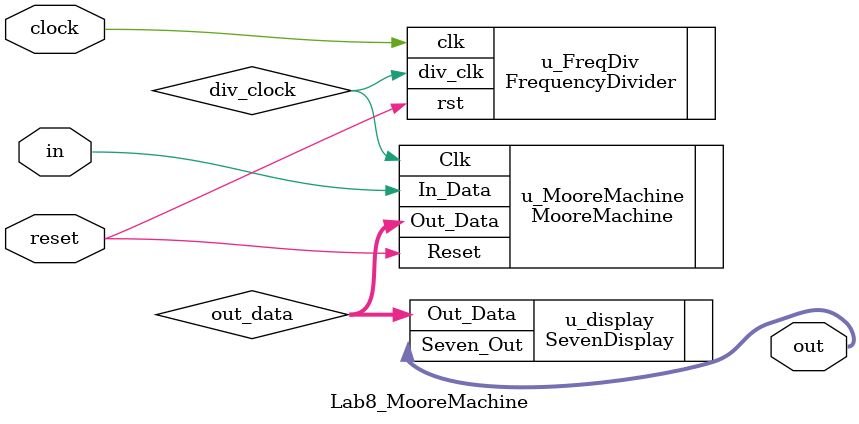
<source format=v>
module Lab8_MooreMachine(clock, reset, in, out);
input clock, reset, in;
output [6:0] out;

wire [6:0] out; //if not using "always", use wire instead of reg.
wire div_clock;
wire [3:0] out_data; //temp store the output data from machine



FrequencyDivider u_FreqDiv(.clk(clock), .rst(reset), .div_clk(div_clock));
MooreMachine u_MooreMachine(.Clk(div_clock), .Reset(reset), .In_Data(in), .Out_Data(out_data));
SevenDisplay u_display(.Out_Data(out_data), .Seven_Out(out));


endmodule
</source>
